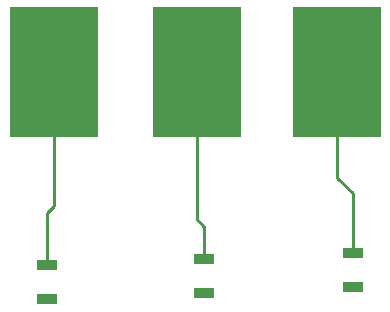
<source format=gbr>
G04 #@! TF.FileFunction,Copper,L1,Top,Signal*
%FSLAX46Y46*%
G04 Gerber Fmt 4.6, Leading zero omitted, Abs format (unit mm)*
G04 Created by KiCad (PCBNEW 4.0.7) date 03/14/19 05:19:24*
%MOMM*%
%LPD*%
G01*
G04 APERTURE LIST*
%ADD10C,0.100000*%
%ADD11R,1.700000X0.900000*%
%ADD12R,7.500000X11.000000*%
%ADD13C,0.250000*%
G04 APERTURE END LIST*
D10*
D11*
X116210000Y-56370000D03*
X116210000Y-53470000D03*
X129540000Y-55860000D03*
X129540000Y-52960000D03*
X142110000Y-55350000D03*
X142110000Y-52450000D03*
D12*
X140790000Y-37110000D03*
X128890000Y-37110000D03*
X116790000Y-37110000D03*
D13*
X116210000Y-53470000D02*
X116210000Y-49080000D01*
X116790000Y-48500000D02*
X116790000Y-37110000D01*
X116210000Y-49080000D02*
X116790000Y-48500000D01*
X128890000Y-49570000D02*
X128890000Y-37110000D01*
X129540000Y-50220000D02*
X128890000Y-49570000D01*
X129540000Y-52960000D02*
X129540000Y-50220000D01*
X140790000Y-46070000D02*
X140790000Y-37110000D01*
X142110000Y-47390000D02*
X140790000Y-46070000D01*
X142110000Y-52450000D02*
X142110000Y-47390000D01*
M02*

</source>
